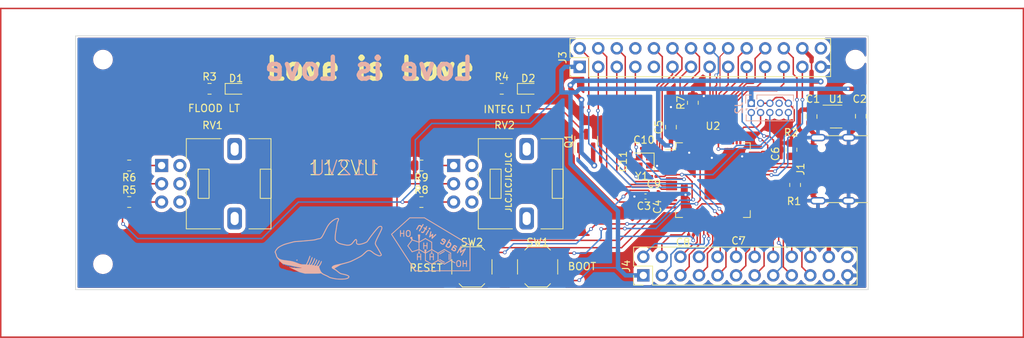
<source format=kicad_pcb>
(kicad_pcb (version 20221018) (generator pcbnew)

  (general
    (thickness 1.6)
  )

  (paper "A4")
  (layers
    (0 "F.Cu" signal)
    (31 "B.Cu" signal)
    (34 "B.Paste" user)
    (35 "F.Paste" user)
    (36 "B.SilkS" user "B.Silkscreen")
    (37 "F.SilkS" user "F.Silkscreen")
    (38 "B.Mask" user)
    (39 "F.Mask" user)
    (44 "Edge.Cuts" user)
    (45 "Margin" user)
    (46 "B.CrtYd" user "B.Courtyard")
    (47 "F.CrtYd" user "F.Courtyard")
    (48 "B.Fab" user)
    (49 "F.Fab" user)
  )

  (setup
    (stackup
      (layer "F.SilkS" (type "Top Silk Screen") (color "White"))
      (layer "F.Paste" (type "Top Solder Paste"))
      (layer "F.Mask" (type "Top Solder Mask") (color "Black") (thickness 0.01))
      (layer "F.Cu" (type "copper") (thickness 0.035))
      (layer "dielectric 1" (type "core") (thickness 1.51) (material "FR4") (epsilon_r 4.5) (loss_tangent 0.02))
      (layer "B.Cu" (type "copper") (thickness 0.035))
      (layer "B.Mask" (type "Bottom Solder Mask") (color "Black") (thickness 0.01))
      (layer "B.Paste" (type "Bottom Solder Paste"))
      (layer "B.SilkS" (type "Bottom Silk Screen") (color "White"))
      (copper_finish "None")
      (dielectric_constraints yes)
    )
    (pad_to_mask_clearance 0)
    (aux_axis_origin 83.1 113)
    (grid_origin 83.1 113)
    (pcbplotparams
      (layerselection 0x00010fc_ffffffff)
      (plot_on_all_layers_selection 0x0000000_00000000)
      (disableapertmacros false)
      (usegerberextensions false)
      (usegerberattributes true)
      (usegerberadvancedattributes true)
      (creategerberjobfile true)
      (dashed_line_dash_ratio 12.000000)
      (dashed_line_gap_ratio 3.000000)
      (svgprecision 4)
      (plotframeref false)
      (viasonmask false)
      (mode 1)
      (useauxorigin false)
      (hpglpennumber 1)
      (hpglpenspeed 20)
      (hpglpendiameter 15.000000)
      (dxfpolygonmode true)
      (dxfimperialunits true)
      (dxfusepcbnewfont true)
      (psnegative false)
      (psa4output false)
      (plotreference true)
      (plotvalue true)
      (plotinvisibletext false)
      (sketchpadsonfab false)
      (subtractmaskfromsilk false)
      (outputformat 1)
      (mirror false)
      (drillshape 1)
      (scaleselection 1)
      (outputdirectory "")
    )
  )

  (net 0 "")
  (net 1 "/USB_5V")
  (net 2 "GND")
  (net 3 "+3V3")
  (net 4 "/SWD_NRST")
  (net 5 "Net-(D1-K)")
  (net 6 "/LED_5V")
  (net 7 "Net-(D2-K)")
  (net 8 "Net-(J1-CC1)")
  (net 9 "/USB_D+")
  (net 10 "/USB_D-")
  (net 11 "unconnected-(J1-SBU1-PadA8)")
  (net 12 "Net-(J1-CC2)")
  (net 13 "unconnected-(J1-SBU2-PadB8)")
  (net 14 "/LED_ONBOARD")
  (net 15 "Net-(R5-Pad2)")
  (net 16 "Net-(R6-Pad1)")
  (net 17 "/BOOT0")
  (net 18 "Net-(R8-Pad2)")
  (net 19 "Net-(R9-Pad1)")
  (net 20 "/POT_2")
  (net 21 "/POT_1")
  (net 22 "unconnected-(U1-NC-Pad4)")
  (net 23 "/E_B_Pin_12")
  (net 24 "/E_B_Pin_11")
  (net 25 "/E_B_Pin_10")
  (net 26 "/E_B_Pin_7")
  (net 27 "/E_B_Pin_6")
  (net 28 "/E_B_Pin_5")
  (net 29 "/E_B_Pin_4")
  (net 30 "/E_WXR_Pin_4")
  (net 31 "/E_WXR_Pin_5")
  (net 32 "/E_WXR_Pin_6")
  (net 33 "/E_WXR_PWM_1")
  (net 34 "/E_WXR_PWM_2")
  (net 35 "/E_WXR_Pin_7")
  (net 36 "/E_WXR_Pin_8")
  (net 37 "/E_B_PWM_1")
  (net 38 "/E_B_PWM_2")
  (net 39 "/E_WXR_Pin_9")
  (net 40 "/E_WXR_Pin_10")
  (net 41 "/E_WXR_Pin_11")
  (net 42 "/E_WXR_Pin_12")
  (net 43 "/E_WXR_Pin_13")
  (net 44 "/E_WXR_Pin_14")
  (net 45 "/E_WXR_Pin_15")
  (net 46 "/E_WXR_Pin_16")
  (net 47 "/E_WXR_Pin_17")
  (net 48 "/E_WXR_Pin_18")
  (net 49 "/E_WXR_Pin_19")
  (net 50 "/E_WXR_Pin_20")
  (net 51 "/E_B_Pin_25")
  (net 52 "/E_B_Pin_24")
  (net 53 "/SWD_IO")
  (net 54 "/SWD_CLK")
  (net 55 "/E_B_Pin_23")
  (net 56 "/E_B_Pin_22")
  (net 57 "/E_B_Pin_21")
  (net 58 "/E_B_Pin_20")
  (net 59 "/E_B_Pin_19")
  (net 60 "/SWD_TRACE")
  (net 61 "/E_B_Pin_18")
  (net 62 "/E_B_Pin_17")
  (net 63 "/E_B_Pin_16")
  (net 64 "/E_B_Pin_15")
  (net 65 "/E_B_Pin_14")
  (net 66 "/E_B_Pin_13")
  (net 67 "unconnected-(J4-Pin_21-Pad21)")
  (net 68 "unconnected-(J2-KEY-Pad7)")
  (net 69 "unconnected-(J2-NC{slash}TDI-Pad8)")
  (net 70 "unconnected-(J3-Pin_8-Pad8)")
  (net 71 "unconnected-(J3-Pin_9-Pad9)")
  (net 72 "/HSE_IN")
  (net 73 "/HSE_OUT")

  (footprint "Capacitor_SMD:C_0805_2012Metric" (layer "F.Cu") (at 200.85 82.75 -90))

  (footprint "Button_Switch_SMD:SW_Push_1P1T_XKB_TS-1187A" (layer "F.Cu") (at 147.6 103.375))

  (footprint "Resistor_SMD:R_0805_2012Metric" (layer "F.Cu") (at 100.6875 89.5 180))

  (footprint "Resistor_SMD:R_0805_2012Metric" (layer "F.Cu") (at 111.6875 79))

  (footprint "Capacitor_SMD:C_0201_0603Metric" (layer "F.Cu") (at 173.1 93.405 90))

  (footprint "Capacitor_SMD:C_0805_2012Metric" (layer "F.Cu") (at 194.1 82.8 -90))

  (footprint "Resistor_SMD:R_0805_2012Metric" (layer "F.Cu") (at 191.85 92.1625 -90))

  (footprint "Connector_PinHeader_2.54mm:PinHeader_2x12_P2.54mm_Vertical" (layer "F.Cu") (at 171.07 104.54 90))

  (footprint "Resistor_SMD:R_0805_2012Metric" (layer "F.Cu") (at 191.35 87.3375 90))

  (footprint "Capacitor_SMD:C_0201_0603Metric" (layer "F.Cu") (at 171.155 87.15 180))

  (footprint "MountingHole:MountingHole_2.2mm_M2" (layer "F.Cu") (at 97.1 103))

  (footprint "MountingHole:MountingHole_2.2mm_M2" (layer "F.Cu") (at 200.1 75))

  (footprint "Capacitor_SMD:C_0201_0603Metric" (layer "F.Cu") (at 184.1 98.75 180))

  (footprint "Potentiometer_THT:Potentiometer_Alps_RK09L_Double_Vertical" (layer "F.Cu") (at 145.1 89.5))

  (footprint "LED_SMD:LED_0603_1608Metric" (layer "F.Cu") (at 155.3125 79))

  (footprint "Package_TO_SOT_SMD:SOT-23-5" (layer "F.Cu") (at 197.4625 82.8))

  (footprint "LED_SMD:LED_0603_1608Metric" (layer "F.Cu") (at 115.3125 79))

  (footprint "Potentiometer_THT:Potentiometer_Alps_RK09L_Double_Vertical" (layer "F.Cu") (at 105.125 89.5))

  (footprint "Package_QFP:LQFP-64_10x10mm_P0.5mm" (layer "F.Cu") (at 180.6 91.5))

  (footprint "Resistor_SMD:R_0805_2012Metric" (layer "F.Cu") (at 140.6875 89.5 180))

  (footprint "Capacitor_SMD:C_0201_0603Metric" (layer "F.Cu") (at 169.35 88.945 90))

  (footprint "Connector_USB:USB_C_Receptacle_G-Switch_GT-USB-7010ASV" (layer "F.Cu") (at 198.1 90 90))

  (footprint "Crystal:Crystal_SMD_2016-4Pin_2.0x1.6mm" (layer "F.Cu") (at 171.2 88.95 180))

  (footprint "Resistor_SMD:R_0805_2012Metric" (layer "F.Cu") (at 177.85 80.9125 90))

  (footprint "Capacitor_SMD:C_0201_0603Metric" (layer "F.Cu") (at 177.6 99 180))

  (footprint "Button_Switch_SMD:SW_Push_1P1T_XKB_TS-1187A" (layer "F.Cu") (at 156.6 103.375))

  (footprint "Package_TO_SOT_SMD:SOT-23" (layer "F.Cu") (at 163.25 86.15 90))

  (footprint "Capacitor_SMD:C_0402_1005Metric" (layer "F.Cu") (at 171.37 93.75 180))

  (footprint "Resistor_SMD:R_0805_2012Metric" (layer "F.Cu") (at 151.6875 79))

  (footprint "Capacitor_SMD:C_0201_0603Metric" (layer "F.Cu") (at 188.1 87.905 -90))

  (footprint "Resistor_SMD:R_0805_2012Metric" (layer "F.Cu") (at 140.6875 94.5))

  (footprint "MountingHole:MountingHole_2.2mm_M2" (layer "F.Cu") (at 97.1 75))

  (footprint "Resistor_SMD:R_0805_2012Metric" (layer "F.Cu") (at 100.6875 94.5))

  (footprint "Capacitor_SMD:C_0201_0603Metric" (layer "F.Cu") (at 172.505 91 180))

  (footprint "Connector_PinHeader_2.54mm:PinHeader_2x14_P2.54mm_Vertical" (layer "F.Cu") (at 162.36 76 90))

  (footprint "Capacitor_SMD:C_0805_2012Metric" (layer "F.Cu") (at 174.85 84.25 90))

  (footprint "Connector_PinHeader_1.27mm:PinHeader_2x05_P1.27mm_Vertical" (layer "B.Cu") (at 185.85 80.98 -90))

  (footprint "Xenua:MadeWithEstrogen" (layer "B.Cu") (at 142.1 101 180))

  (footprint "Xenua:Shonk" (layer "B.Cu")
    (tstamp 5014afea-cf06-477b-b940-5e101b0587cd)
    (at 128.1 101 180)
    (attr through_hole)
    (fp_text reference "Ref**" (at 0 0) (layer "B.SilkS") hide
        (effects (font (size 1.27 1.27) (thickness 0.15)) (justify mirror))
      (tstamp e12dc0f8-185f-4a59-ae22-397e8640dcc5)
    )
    (fp_text value "Val**" (at 0 0) (layer "B.SilkS") hide
        (effects (font (size 1.27 1.27) (thickness 0.15)) (justify mirror))
      (tstamp d52dc70d-4631-44a4-85dd-540649af4894)
    )
    (fp_poly
      (pts
        (xy 6.380583 -1.954463)
        (xy 6.402258 -1.969153)
        (xy 6.411232 -1.996347)
        (xy 6.413166 -2.036441)
        (xy 6.413175 -2.037956)
        (xy 6.400022 -2.090074)
        (xy 6.366469 -2.112292)
        (xy 6.322454 -2.098725)
        (xy 6.317318 -2.094727)
        (xy 6.287411 -2.080235)
        (xy 6.260975 -2.101253)
        (xy 6.257574 -2.1058)
        (xy 6.236046 -2.129373)
        (xy 6.215355 -2.12505)
        (xy 6.184637 -2.094886)
        (xy 6.139302 -2.046225)
        (xy 6.094858 -2.102727)
        (xy 6.024247 -2.180739)
        (xy 5.965842 -2.220306)
        (xy 5.920605 -2.221078)
        (xy 5.889498 -2.182704)
        (xy 5.887754 -2.178217)
        (xy 5.875985 -2.15506)
        (xy 5.861108 -2.157055)
        (xy 5.83569 -2.188471)
        (xy 5.814052 -2.22055)
        (xy 5.758518 -2.285055)
        (xy 5.705554 -2.309769)
        (xy 5.65825 -2.294409)
        (xy 5.619695 -2.238693)
        (xy 5.619556 -2.238375)
        (xy 5.600405 -2.202834)
        (xy 5.589622 -2.199237)
        (xy 5.588828 -2.205001)
        (xy 5.573243 -2.249363)
        (xy 5.536433 -2.300728)
        (xy 5.490766 -2.345342)
        (xy 5.44861 -2.369453)
        (xy 5.439833 -2.370667)
        (xy 5.4021 -2.35539)
        (xy 5.357159 -2.317548)
        (xy 5.347108 -2.306307)
        (xy 5.292953 -2.241947)
        (xy 5.262351 -2.315187)
        (xy 5.215426 -2.390999)
        (xy 5.156917 -2.427689)
        (xy 5.091103 -2.424221)
        (xy 5.022266 -2.379563)
        (xy 5.017027 -2.37445)
        (xy 4.95731 -2.314734)
        (xy 4.945476 -2.387659)
        (xy 4.9162 -2.47283)
        (xy 4.8665 -2.525117)
        (xy 4.804335 -2.54304)
        (xy 4.737669 -2.525122)
        (xy 4.674463 -2.469882)
        (xy 4.654756 -2.441659)
        (xy 4.609656 -2.368686)
        (xy 4.546663 -2.454343)
        (xy 4.487014 -2.517346)
        (xy 4.428517 -2.539305)
        (xy 4.366884 -2.521157)
        (xy 4.337047 -2.500207)
        (xy 4.303908 -2.476227)
        (xy 4.27982 -2.475825)
        (xy 4.249116 -2.502126)
        (xy 4.23096 -2.521373)
        (xy 4.174177 -2.569397)
        (xy 4.127288 -2.578155)
        (xy 4.085483 -2.548079)
        (xy 4.075783 -2.53529)
        (xy 4.050789 -2.497296)
        (xy 4.040907 -2.469533)
        (xy 4.051041 -2.448922)
        (xy 4.086099 -2.432381)
        (xy 4.150987 -2.416831)
        (xy 4.250609 -2.399192)
        (xy 4.307416 -2.38986)
        (xy 4.392789 -2.374603)
        (xy 4.502502 -2.353131)
        (xy 4.61966 -2.328816)
        (xy 4.688416 -2.313839)
        (xy 4.787768 -2.291855)
        (xy 4.876416 -2.272489)
        (xy 4.943435 -2.258114)
        (xy 4.974166 -2.251796)
        (xy 5.021835 -2.240585)
        (xy 5.093546 -2.221493)
        (xy 5.164666 -2.201287)
        (xy 5.249061 -2.179606)
        (xy 5.356973 -2.156123)
        (xy 5.469974 -2.134736)
        (xy 5.513916 -2.127412)
        (xy 5.613161 -2.10969)
        (xy 5.739148 -2.084266)
        (xy 5.877666 -2.054158)
        (xy 6.014502 -2.022383)
        (xy 6.053666 -2.012837)
        (xy 6.182749 -1.981465)
        (xy 6.27649 -1.961014)
        (xy 6.340547 -1.951882)
        (xy 6.380583 -1.954463)
      )

      (stroke (width 0.01) (type solid)) (fill solid) (layer "B.Cu") (tstamp 5d0efdbb-21da-45e4-bda1-1000cf11d482))
    (fp_poly
      (pts
        (xy 4.511241 -1.402496)
        (xy 4.528079 -1.445815)
        (xy 4.517766 -1.493061)
        (xy 4.495881 -1.517522)
        (xy 4.452975 -1.541978)
        (xy 4.420105 -1.53504)
        (xy 4.393595 -1.511905)
        (xy 4.365344 -1.462251)
        (xy 4.372814 -1.41661)
        (xy 4.409901 -1.385523)
        (xy 4.470293 -1.3795)
        (xy 4.511241 -1.402496)
      )

      (stroke (width 0.01) (type solid)) (fill solid) (layer "B.SilkS") (tstamp 498c8112-9c6e-4186-8031-592a31092928))
    (fp_poly
      (pts
        (xy -1.073258 4.311798)
        (xy -0.973604 4.291201)
        (xy -0.851219 4.247898)
        (xy -0.715731 4.18648)
        (xy -0.576767 4.111536)
        (xy -0.443956 4.027657)
        (xy -0.378846 3.980763)
        (xy -0.23722 3.861667)
        (xy -0.088814 3.716486)
        (xy 0.055188 3.557464)
        (xy 0.183599 3.396847)
        (xy 0.272493 3.267648)
        (xy 0.314775 3.196003)
        (xy 0.372053 3.092955)
        (xy 0.440799 2.965168)
        (xy 0.517489 2.819305)
        (xy 0.598597 2.66203)
        (xy 0.680597 2.500008)
        (xy 0.71301 2.435054)
        (xy 0.799645 2.261266)
        (xy 0.870549 2.120833)
        (xy 0.92847 2.009023)
        (xy 0.976158 1.921104)
        (xy 1.016364 1.852346)
        (xy 1.051836 1.798015)
        (xy 1.085323 1.753382)
        (xy 1.119576 1.713714)
        (xy 1.151854 1.679849)
        (xy 1.215031 1.616677)
        (xy 1.261244 1.577188)
        (xy 1.303081 1.554755)
        (xy 1.353131 1.542753)
        (xy 1.423982 1.534552)
        (xy 1.42875 1.534078)
        (xy 1.519853 1.520029)
        (xy 1.630377 1.495774)
        (xy 1.740074 1.465903)
        (xy 1.767416 1.45731)
        (xy 1.8674 1.426719)
        (xy 1.96798 1.400602)
        (xy 2.075534 1.37796)
        (xy 2.196437 1.357795)
        (xy 2.337066 1.339108)
        (xy 2.503798 1.3209)
        (xy 2.703008 1.302172)
        (xy 2.82575 1.29154)
        (xy
... [412255 chars truncated]
</source>
